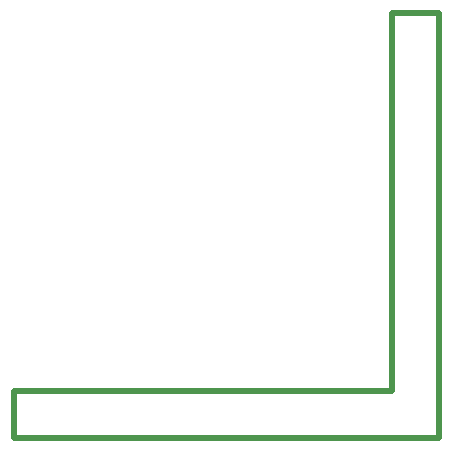
<source format=gko>
G04*
G04 #@! TF.GenerationSoftware,Altium Limited,Altium Designer,18.1.9 (240)*
G04*
G04 Layer_Color=16711935*
%FSLAX25Y25*%
%MOIN*%
G70*
G01*
G75*
%ADD10C,0.01968*%
D10*
X389764Y405512D02*
X405512D01*
X389764Y279528D02*
Y405512D01*
X263779Y279528D02*
X389764D01*
X263779Y263779D02*
Y279528D01*
Y263779D02*
X405512D01*
Y405512D01*
M02*

</source>
